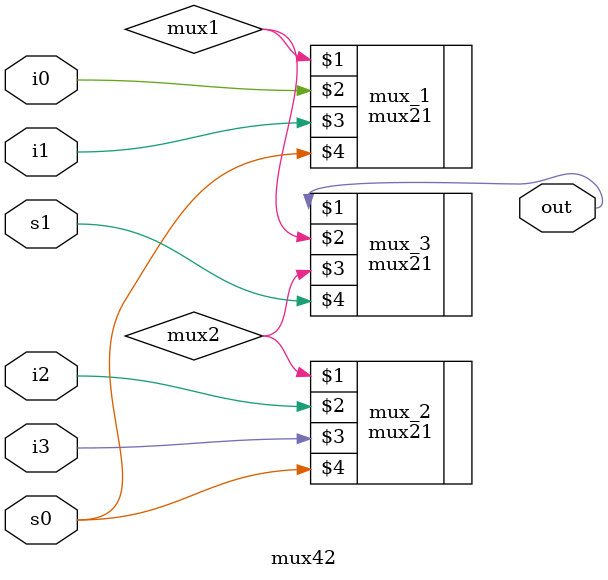
<source format=sv>
module mux42(out,i0,i1,i2,i3,s0,s1);
input i0,i1,i2,i3,s1,s0;
output out;
wire mux1,mux2;
mux21 mux_1(mux1,i0,i1,s0);
mux21 mux_2(mux2,i2,i3,s0);
mux21 mux_3(out,mux1,mux2,s1);
endmodule
</source>
